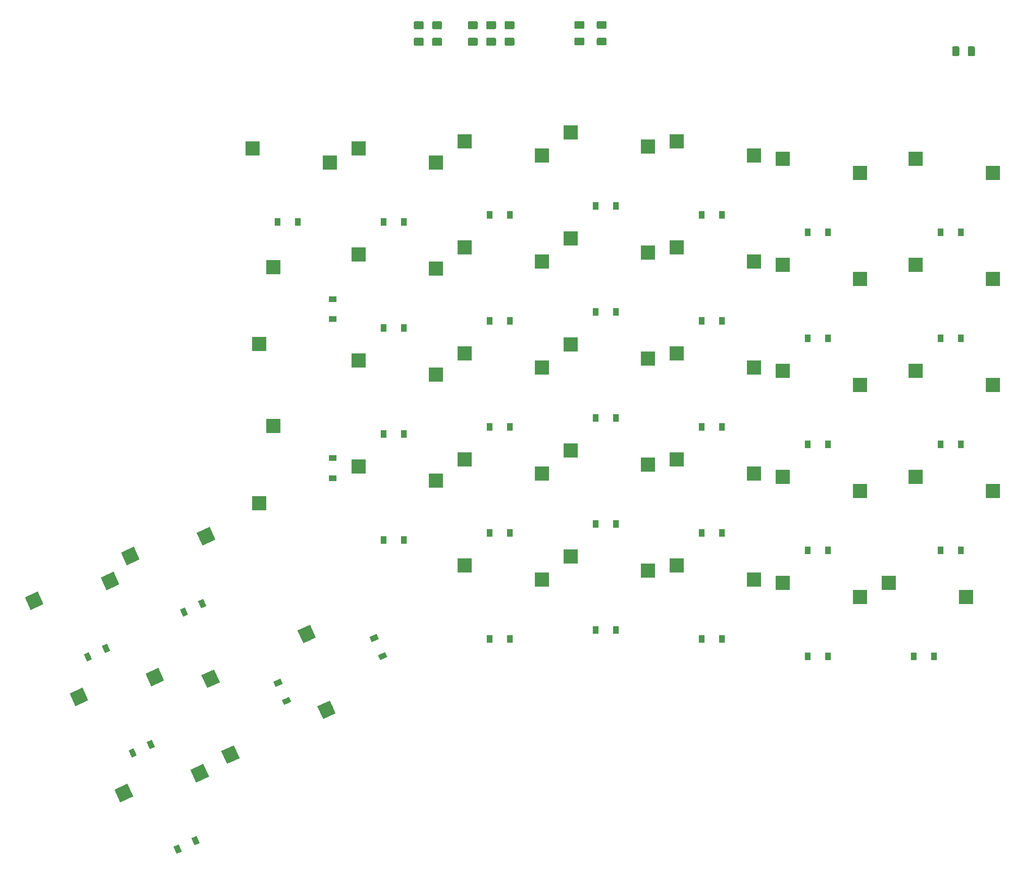
<source format=gbr>
G04 #@! TF.GenerationSoftware,KiCad,Pcbnew,(5.1.4)-1*
G04 #@! TF.CreationDate,2019-10-18T00:21:39+08:00*
G04 #@! TF.ProjectId,ErgoDoxTW,4572676f-446f-4785-9457-2e6b69636164,rev?*
G04 #@! TF.SameCoordinates,PX15feaa0PYb4cd8c0*
G04 #@! TF.FileFunction,Paste,Top*
G04 #@! TF.FilePolarity,Positive*
%FSLAX46Y46*%
G04 Gerber Fmt 4.6, Leading zero omitted, Abs format (unit mm)*
G04 Created by KiCad (PCBNEW (5.1.4)-1) date 2019-10-18 00:21:39*
%MOMM*%
%LPD*%
G04 APERTURE LIST*
%ADD10R,2.550000X2.500000*%
%ADD11R,1.000000X1.400000*%
%ADD12C,2.500000*%
%ADD13C,0.150000*%
%ADD14C,1.000000*%
%ADD15R,2.500000X2.550000*%
%ADD16R,1.400000X1.000000*%
%ADD17C,1.425000*%
%ADD18C,1.250000*%
G04 APERTURE END LIST*
D10*
X61876993Y129742065D03*
X75726993Y127202065D03*
D11*
X69966993Y116534065D03*
X66366993Y116534065D03*
D12*
X11627866Y31174987D03*
D13*
G36*
X11000596Y29503264D02*
G01*
X9944051Y31769033D01*
X12255136Y32846710D01*
X13311681Y30580941D01*
X11000596Y29503264D01*
X11000596Y29503264D01*
G37*
D12*
X25253679Y34726228D03*
D13*
G36*
X24626409Y33054505D02*
G01*
X23569864Y35320274D01*
X25880949Y36397951D01*
X26937494Y34132182D01*
X24626409Y33054505D01*
X24626409Y33054505D01*
G37*
D14*
X24541838Y22623455D03*
D13*
G36*
X24384517Y21777730D02*
G01*
X23792851Y23046561D01*
X24699159Y23469180D01*
X25290825Y22200349D01*
X24384517Y21777730D01*
X24384517Y21777730D01*
G37*
D14*
X21279130Y21102029D03*
D13*
G36*
X21121809Y20256304D02*
G01*
X20530143Y21525135D01*
X21436451Y21947754D01*
X22028117Y20678923D01*
X21121809Y20256304D01*
X21121809Y20256304D01*
G37*
D10*
X161957006Y127836577D03*
X175807006Y125296577D03*
D11*
X170047006Y114628577D03*
X166447006Y114628577D03*
D10*
X138077208Y127837638D03*
X151927208Y125297638D03*
D11*
X146167208Y114629638D03*
X142567208Y114629638D03*
D10*
X119026852Y131014230D03*
X132876852Y128474230D03*
D11*
X127116852Y117806230D03*
X123516852Y117806230D03*
D10*
X99977661Y132612434D03*
X113827661Y130072434D03*
D11*
X108067661Y119404434D03*
X104467661Y119404434D03*
D10*
X80927043Y131014590D03*
X94777043Y128474590D03*
D11*
X89017043Y117806590D03*
X85417043Y117806590D03*
D10*
X42827133Y129742155D03*
X56677133Y127202155D03*
D11*
X50917133Y116534155D03*
X47317133Y116534155D03*
D10*
X161957371Y108790238D03*
X175807371Y106250238D03*
D11*
X170047371Y95582238D03*
X166447371Y95582238D03*
D10*
X138077089Y108789968D03*
X151927089Y106249968D03*
D11*
X146167089Y95581968D03*
X142567089Y95581968D03*
D10*
X119027576Y111964749D03*
X132877576Y109424749D03*
D11*
X127117576Y98756749D03*
X123517576Y98756749D03*
D10*
X99977480Y113562531D03*
X113827480Y111022531D03*
D11*
X108067480Y100354531D03*
X104467480Y100354531D03*
D10*
X80926865Y111964686D03*
X94776865Y109424686D03*
D11*
X89016865Y98756686D03*
X85416865Y98756686D03*
D10*
X61876708Y110694760D03*
X75726708Y108154760D03*
D11*
X69966708Y97486760D03*
X66366708Y97486760D03*
D15*
X44036848Y94561679D03*
X46576848Y108411679D03*
D16*
X57244848Y102651679D03*
X57244848Y99051679D03*
D10*
X161957613Y89739427D03*
X175807613Y87199427D03*
D11*
X170047613Y76531427D03*
X166447613Y76531427D03*
D10*
X138077330Y89739159D03*
X151927330Y87199159D03*
D11*
X146167330Y76531159D03*
X142567330Y76531159D03*
D10*
X119027398Y92914847D03*
X132877398Y90374847D03*
D11*
X127117398Y79706847D03*
X123517398Y79706847D03*
D10*
X99977301Y94512627D03*
X113827301Y91972627D03*
D11*
X108067301Y81304627D03*
X104467301Y81304627D03*
D10*
X80927108Y92913876D03*
X94777108Y90373876D03*
D11*
X89017108Y79705876D03*
X85417108Y79705876D03*
D10*
X61876949Y91643950D03*
X75726949Y89103950D03*
D11*
X69966949Y78435950D03*
X66366949Y78435950D03*
D10*
X161957435Y70689525D03*
X175807435Y68149525D03*
D11*
X170047435Y57481525D03*
X166447435Y57481525D03*
D10*
X138077152Y70689256D03*
X151927152Y68149256D03*
D11*
X146167152Y57481256D03*
X142567152Y57481256D03*
D10*
X119027640Y73864036D03*
X132877640Y71324036D03*
D11*
X127117640Y60656036D03*
X123517640Y60656036D03*
D10*
X99977121Y75462724D03*
X113827121Y72922724D03*
D11*
X108067121Y62254724D03*
X104467121Y62254724D03*
D10*
X80926928Y73863974D03*
X94776928Y71323974D03*
D11*
X89016928Y60655974D03*
X85416928Y60655974D03*
D10*
X61876771Y72594046D03*
X75726771Y70054046D03*
D11*
X69966771Y59386046D03*
X66366771Y59386046D03*
D15*
X44037093Y65987615D03*
X46577093Y79837615D03*
D16*
X57245093Y74077615D03*
X57245093Y70477615D03*
D10*
X157126876Y51639173D03*
X170976876Y49099173D03*
D11*
X165216876Y38431173D03*
X161616876Y38431173D03*
D10*
X138076973Y51639352D03*
X151926973Y49099352D03*
D11*
X146166973Y38431352D03*
X142566973Y38431352D03*
D10*
X119027462Y54814132D03*
X132877462Y52274132D03*
D11*
X127117462Y41606132D03*
X123517462Y41606132D03*
D10*
X99977365Y56411913D03*
X113827365Y53871913D03*
D11*
X108067365Y43203913D03*
X104467365Y43203913D03*
D10*
X80927654Y54814493D03*
X94777654Y52274493D03*
D11*
X89017654Y41606493D03*
X85417654Y41606493D03*
D12*
X19679680Y13908052D03*
D13*
G36*
X19052410Y12236329D02*
G01*
X17995865Y14502098D01*
X20306950Y15579775D01*
X21363495Y13314006D01*
X19052410Y12236329D01*
X19052410Y12236329D01*
G37*
D12*
X33305493Y17459293D03*
D13*
G36*
X32678223Y15787570D02*
G01*
X31621678Y18053339D01*
X33932763Y19131016D01*
X34989308Y16865247D01*
X32678223Y15787570D01*
X32678223Y15787570D01*
G37*
D14*
X32593652Y5356520D03*
D13*
G36*
X32436331Y4510795D02*
G01*
X31844665Y5779626D01*
X32750973Y6202245D01*
X33342639Y4933414D01*
X32436331Y4510795D01*
X32436331Y4510795D01*
G37*
D14*
X29330944Y3835094D03*
D13*
G36*
X29173623Y2989369D02*
G01*
X28581957Y4258200D01*
X29488265Y4680819D01*
X30079931Y3411988D01*
X29173623Y2989369D01*
X29173623Y2989369D01*
G37*
D12*
X38820028Y20797610D03*
D13*
G36*
X40491751Y20170340D02*
G01*
X38225982Y19113795D01*
X37148305Y21424880D01*
X39414074Y22481425D01*
X40491751Y20170340D01*
X40491751Y20170340D01*
G37*
D12*
X35268787Y34423423D03*
D13*
G36*
X36940510Y33796153D02*
G01*
X34674741Y32739608D01*
X33597064Y35050693D01*
X35862833Y36107238D01*
X36940510Y33796153D01*
X36940510Y33796153D01*
G37*
D14*
X47371560Y33711582D03*
D13*
G36*
X48217285Y33554261D02*
G01*
X46948454Y32962595D01*
X46525835Y33868903D01*
X47794666Y34460569D01*
X48217285Y33554261D01*
X48217285Y33554261D01*
G37*
D14*
X48892986Y30448874D03*
D13*
G36*
X49738711Y30291553D02*
G01*
X48469880Y29699887D01*
X48047261Y30606195D01*
X49316092Y31197861D01*
X49738711Y30291553D01*
X49738711Y30291553D01*
G37*
D12*
X56084073Y28850175D03*
D13*
G36*
X57755796Y28222905D02*
G01*
X55490027Y27166360D01*
X54412350Y29477445D01*
X56678119Y30533990D01*
X57755796Y28222905D01*
X57755796Y28222905D01*
G37*
D12*
X52532832Y42475988D03*
D13*
G36*
X54204555Y41848718D02*
G01*
X51938786Y40792173D01*
X50861109Y43103258D01*
X53126878Y44159803D01*
X54204555Y41848718D01*
X54204555Y41848718D01*
G37*
D14*
X64635605Y41764147D03*
D13*
G36*
X65481330Y41606826D02*
G01*
X64212499Y41015160D01*
X63789880Y41921468D01*
X65058711Y42513134D01*
X65481330Y41606826D01*
X65481330Y41606826D01*
G37*
D14*
X66157031Y38501439D03*
D13*
G36*
X67002756Y38344118D02*
G01*
X65733925Y37752452D01*
X65311306Y38658760D01*
X66580137Y39250426D01*
X67002756Y38344118D01*
X67002756Y38344118D01*
G37*
D12*
X20842905Y56489172D03*
D13*
G36*
X20215635Y54817449D02*
G01*
X19159090Y57083218D01*
X21470175Y58160895D01*
X22526720Y55895126D01*
X20215635Y54817449D01*
X20215635Y54817449D01*
G37*
D12*
X34468718Y60040413D03*
D13*
G36*
X33841448Y58368690D02*
G01*
X32784903Y60634459D01*
X35095988Y61712136D01*
X36152533Y59446367D01*
X33841448Y58368690D01*
X33841448Y58368690D01*
G37*
D14*
X33756877Y47937640D03*
D13*
G36*
X33599556Y47091915D02*
G01*
X33007890Y48360746D01*
X33914198Y48783365D01*
X34505864Y47514534D01*
X33599556Y47091915D01*
X33599556Y47091915D01*
G37*
D14*
X30494169Y46416214D03*
D13*
G36*
X30336848Y45570489D02*
G01*
X29745182Y46839320D01*
X30651490Y47261939D01*
X31243156Y45993108D01*
X30336848Y45570489D01*
X30336848Y45570489D01*
G37*
D12*
X3578649Y48438718D03*
D13*
G36*
X2951379Y46766995D02*
G01*
X1894834Y49032764D01*
X4205919Y50110441D01*
X5262464Y47844672D01*
X2951379Y46766995D01*
X2951379Y46766995D01*
G37*
D12*
X17204462Y51989959D03*
D13*
G36*
X16577192Y50318236D02*
G01*
X15520647Y52584005D01*
X17831732Y53661682D01*
X18888277Y51395913D01*
X16577192Y50318236D01*
X16577192Y50318236D01*
G37*
D14*
X16492621Y39887186D03*
D13*
G36*
X16335300Y39041461D02*
G01*
X15743634Y40310292D01*
X16649942Y40732911D01*
X17241608Y39464080D01*
X16335300Y39041461D01*
X16335300Y39041461D01*
G37*
D14*
X13229913Y38365760D03*
D13*
G36*
X13072592Y37520035D02*
G01*
X12480926Y38788866D01*
X13387234Y39211485D01*
X13978900Y37942654D01*
X13072592Y37520035D01*
X13072592Y37520035D01*
G37*
G36*
X102180903Y149650516D02*
G01*
X102205172Y149646916D01*
X102228970Y149640955D01*
X102252070Y149632690D01*
X102274248Y149622200D01*
X102295292Y149609587D01*
X102314997Y149594973D01*
X102333176Y149578497D01*
X102349652Y149560318D01*
X102364266Y149540613D01*
X102376879Y149519569D01*
X102387369Y149497391D01*
X102395634Y149474291D01*
X102401595Y149450493D01*
X102405195Y149426224D01*
X102406399Y149401720D01*
X102406399Y148476720D01*
X102405195Y148452216D01*
X102401595Y148427947D01*
X102395634Y148404149D01*
X102387369Y148381049D01*
X102376879Y148358871D01*
X102364266Y148337827D01*
X102349652Y148318122D01*
X102333176Y148299943D01*
X102314997Y148283467D01*
X102295292Y148268853D01*
X102274248Y148256240D01*
X102252070Y148245750D01*
X102228970Y148237485D01*
X102205172Y148231524D01*
X102180903Y148227924D01*
X102156399Y148226720D01*
X100906399Y148226720D01*
X100881895Y148227924D01*
X100857626Y148231524D01*
X100833828Y148237485D01*
X100810728Y148245750D01*
X100788550Y148256240D01*
X100767506Y148268853D01*
X100747801Y148283467D01*
X100729622Y148299943D01*
X100713146Y148318122D01*
X100698532Y148337827D01*
X100685919Y148358871D01*
X100675429Y148381049D01*
X100667164Y148404149D01*
X100661203Y148427947D01*
X100657603Y148452216D01*
X100656399Y148476720D01*
X100656399Y149401720D01*
X100657603Y149426224D01*
X100661203Y149450493D01*
X100667164Y149474291D01*
X100675429Y149497391D01*
X100685919Y149519569D01*
X100698532Y149540613D01*
X100713146Y149560318D01*
X100729622Y149578497D01*
X100747801Y149594973D01*
X100767506Y149609587D01*
X100788550Y149622200D01*
X100810728Y149632690D01*
X100833828Y149640955D01*
X100857626Y149646916D01*
X100881895Y149650516D01*
X100906399Y149651720D01*
X102156399Y149651720D01*
X102180903Y149650516D01*
X102180903Y149650516D01*
G37*
D17*
X101531399Y148939220D03*
D13*
G36*
X102180903Y152625516D02*
G01*
X102205172Y152621916D01*
X102228970Y152615955D01*
X102252070Y152607690D01*
X102274248Y152597200D01*
X102295292Y152584587D01*
X102314997Y152569973D01*
X102333176Y152553497D01*
X102349652Y152535318D01*
X102364266Y152515613D01*
X102376879Y152494569D01*
X102387369Y152472391D01*
X102395634Y152449291D01*
X102401595Y152425493D01*
X102405195Y152401224D01*
X102406399Y152376720D01*
X102406399Y151451720D01*
X102405195Y151427216D01*
X102401595Y151402947D01*
X102395634Y151379149D01*
X102387369Y151356049D01*
X102376879Y151333871D01*
X102364266Y151312827D01*
X102349652Y151293122D01*
X102333176Y151274943D01*
X102314997Y151258467D01*
X102295292Y151243853D01*
X102274248Y151231240D01*
X102252070Y151220750D01*
X102228970Y151212485D01*
X102205172Y151206524D01*
X102180903Y151202924D01*
X102156399Y151201720D01*
X100906399Y151201720D01*
X100881895Y151202924D01*
X100857626Y151206524D01*
X100833828Y151212485D01*
X100810728Y151220750D01*
X100788550Y151231240D01*
X100767506Y151243853D01*
X100747801Y151258467D01*
X100729622Y151274943D01*
X100713146Y151293122D01*
X100698532Y151312827D01*
X100685919Y151333871D01*
X100675429Y151356049D01*
X100667164Y151379149D01*
X100661203Y151402947D01*
X100657603Y151427216D01*
X100656399Y151451720D01*
X100656399Y152376720D01*
X100657603Y152401224D01*
X100661203Y152425493D01*
X100667164Y152449291D01*
X100675429Y152472391D01*
X100685919Y152494569D01*
X100698532Y152515613D01*
X100713146Y152535318D01*
X100729622Y152553497D01*
X100747801Y152569973D01*
X100767506Y152584587D01*
X100788550Y152597200D01*
X100810728Y152607690D01*
X100833828Y152615955D01*
X100857626Y152621916D01*
X100881895Y152625516D01*
X100906399Y152626720D01*
X102156399Y152626720D01*
X102180903Y152625516D01*
X102180903Y152625516D01*
G37*
D17*
X101531399Y151914220D03*
D13*
G36*
X106191880Y149649010D02*
G01*
X106216149Y149645410D01*
X106239947Y149639449D01*
X106263047Y149631184D01*
X106285225Y149620694D01*
X106306269Y149608081D01*
X106325974Y149593467D01*
X106344153Y149576991D01*
X106360629Y149558812D01*
X106375243Y149539107D01*
X106387856Y149518063D01*
X106398346Y149495885D01*
X106406611Y149472785D01*
X106412572Y149448987D01*
X106416172Y149424718D01*
X106417376Y149400214D01*
X106417376Y148475214D01*
X106416172Y148450710D01*
X106412572Y148426441D01*
X106406611Y148402643D01*
X106398346Y148379543D01*
X106387856Y148357365D01*
X106375243Y148336321D01*
X106360629Y148316616D01*
X106344153Y148298437D01*
X106325974Y148281961D01*
X106306269Y148267347D01*
X106285225Y148254734D01*
X106263047Y148244244D01*
X106239947Y148235979D01*
X106216149Y148230018D01*
X106191880Y148226418D01*
X106167376Y148225214D01*
X104917376Y148225214D01*
X104892872Y148226418D01*
X104868603Y148230018D01*
X104844805Y148235979D01*
X104821705Y148244244D01*
X104799527Y148254734D01*
X104778483Y148267347D01*
X104758778Y148281961D01*
X104740599Y148298437D01*
X104724123Y148316616D01*
X104709509Y148336321D01*
X104696896Y148357365D01*
X104686406Y148379543D01*
X104678141Y148402643D01*
X104672180Y148426441D01*
X104668580Y148450710D01*
X104667376Y148475214D01*
X104667376Y149400214D01*
X104668580Y149424718D01*
X104672180Y149448987D01*
X104678141Y149472785D01*
X104686406Y149495885D01*
X104696896Y149518063D01*
X104709509Y149539107D01*
X104724123Y149558812D01*
X104740599Y149576991D01*
X104758778Y149593467D01*
X104778483Y149608081D01*
X104799527Y149620694D01*
X104821705Y149631184D01*
X104844805Y149639449D01*
X104868603Y149645410D01*
X104892872Y149649010D01*
X104917376Y149650214D01*
X106167376Y149650214D01*
X106191880Y149649010D01*
X106191880Y149649010D01*
G37*
D17*
X105542376Y148937714D03*
D13*
G36*
X106191880Y152624010D02*
G01*
X106216149Y152620410D01*
X106239947Y152614449D01*
X106263047Y152606184D01*
X106285225Y152595694D01*
X106306269Y152583081D01*
X106325974Y152568467D01*
X106344153Y152551991D01*
X106360629Y152533812D01*
X106375243Y152514107D01*
X106387856Y152493063D01*
X106398346Y152470885D01*
X106406611Y152447785D01*
X106412572Y152423987D01*
X106416172Y152399718D01*
X106417376Y152375214D01*
X106417376Y151450214D01*
X106416172Y151425710D01*
X106412572Y151401441D01*
X106406611Y151377643D01*
X106398346Y151354543D01*
X106387856Y151332365D01*
X106375243Y151311321D01*
X106360629Y151291616D01*
X106344153Y151273437D01*
X106325974Y151256961D01*
X106306269Y151242347D01*
X106285225Y151229734D01*
X106263047Y151219244D01*
X106239947Y151210979D01*
X106216149Y151205018D01*
X106191880Y151201418D01*
X106167376Y151200214D01*
X104917376Y151200214D01*
X104892872Y151201418D01*
X104868603Y151205018D01*
X104844805Y151210979D01*
X104821705Y151219244D01*
X104799527Y151229734D01*
X104778483Y151242347D01*
X104758778Y151256961D01*
X104740599Y151273437D01*
X104724123Y151291616D01*
X104709509Y151311321D01*
X104696896Y151332365D01*
X104686406Y151354543D01*
X104678141Y151377643D01*
X104672180Y151401441D01*
X104668580Y151425710D01*
X104667376Y151450214D01*
X104667376Y152375214D01*
X104668580Y152399718D01*
X104672180Y152423987D01*
X104678141Y152447785D01*
X104686406Y152470885D01*
X104696896Y152493063D01*
X104709509Y152514107D01*
X104724123Y152533812D01*
X104740599Y152551991D01*
X104758778Y152568467D01*
X104778483Y152583081D01*
X104799527Y152595694D01*
X104821705Y152606184D01*
X104844805Y152614449D01*
X104868603Y152620410D01*
X104892872Y152624010D01*
X104917376Y152625214D01*
X106167376Y152625214D01*
X106191880Y152624010D01*
X106191880Y152624010D01*
G37*
D17*
X105542376Y151912714D03*
D13*
G36*
X172352672Y148062598D02*
G01*
X172376941Y148058998D01*
X172400739Y148053037D01*
X172423839Y148044772D01*
X172446017Y148034282D01*
X172467061Y148021669D01*
X172486766Y148007055D01*
X172504945Y147990579D01*
X172521421Y147972400D01*
X172536035Y147952695D01*
X172548648Y147931651D01*
X172559138Y147909473D01*
X172567403Y147886373D01*
X172573364Y147862575D01*
X172576964Y147838306D01*
X172578168Y147813802D01*
X172578168Y146563802D01*
X172576964Y146539298D01*
X172573364Y146515029D01*
X172567403Y146491231D01*
X172559138Y146468131D01*
X172548648Y146445953D01*
X172536035Y146424909D01*
X172521421Y146405204D01*
X172504945Y146387025D01*
X172486766Y146370549D01*
X172467061Y146355935D01*
X172446017Y146343322D01*
X172423839Y146332832D01*
X172400739Y146324567D01*
X172376941Y146318606D01*
X172352672Y146315006D01*
X172328168Y146313802D01*
X171578168Y146313802D01*
X171553664Y146315006D01*
X171529395Y146318606D01*
X171505597Y146324567D01*
X171482497Y146332832D01*
X171460319Y146343322D01*
X171439275Y146355935D01*
X171419570Y146370549D01*
X171401391Y146387025D01*
X171384915Y146405204D01*
X171370301Y146424909D01*
X171357688Y146445953D01*
X171347198Y146468131D01*
X171338933Y146491231D01*
X171332972Y146515029D01*
X171329372Y146539298D01*
X171328168Y146563802D01*
X171328168Y147813802D01*
X171329372Y147838306D01*
X171332972Y147862575D01*
X171338933Y147886373D01*
X171347198Y147909473D01*
X171357688Y147931651D01*
X171370301Y147952695D01*
X171384915Y147972400D01*
X171401391Y147990579D01*
X171419570Y148007055D01*
X171439275Y148021669D01*
X171460319Y148034282D01*
X171482497Y148044772D01*
X171505597Y148053037D01*
X171529395Y148058998D01*
X171553664Y148062598D01*
X171578168Y148063802D01*
X172328168Y148063802D01*
X172352672Y148062598D01*
X172352672Y148062598D01*
G37*
D18*
X171953168Y147188802D03*
D13*
G36*
X169552672Y148062598D02*
G01*
X169576941Y148058998D01*
X169600739Y148053037D01*
X169623839Y148044772D01*
X169646017Y148034282D01*
X169667061Y148021669D01*
X169686766Y148007055D01*
X169704945Y147990579D01*
X169721421Y147972400D01*
X169736035Y147952695D01*
X169748648Y147931651D01*
X169759138Y147909473D01*
X169767403Y147886373D01*
X169773364Y147862575D01*
X169776964Y147838306D01*
X169778168Y147813802D01*
X169778168Y146563802D01*
X169776964Y146539298D01*
X169773364Y146515029D01*
X169767403Y146491231D01*
X169759138Y146468131D01*
X169748648Y146445953D01*
X169736035Y146424909D01*
X169721421Y146405204D01*
X169704945Y146387025D01*
X169686766Y146370549D01*
X169667061Y146355935D01*
X169646017Y146343322D01*
X169623839Y146332832D01*
X169600739Y146324567D01*
X169576941Y146318606D01*
X169552672Y146315006D01*
X169528168Y146313802D01*
X168778168Y146313802D01*
X168753664Y146315006D01*
X168729395Y146318606D01*
X168705597Y146324567D01*
X168682497Y146332832D01*
X168660319Y146343322D01*
X168639275Y146355935D01*
X168619570Y146370549D01*
X168601391Y146387025D01*
X168584915Y146405204D01*
X168570301Y146424909D01*
X168557688Y146445953D01*
X168547198Y146468131D01*
X168538933Y146491231D01*
X168532972Y146515029D01*
X168529372Y146539298D01*
X168528168Y146563802D01*
X168528168Y147813802D01*
X168529372Y147838306D01*
X168532972Y147862575D01*
X168538933Y147886373D01*
X168547198Y147909473D01*
X168557688Y147931651D01*
X168570301Y147952695D01*
X168584915Y147972400D01*
X168601391Y147990579D01*
X168619570Y148007055D01*
X168639275Y148021669D01*
X168660319Y148034282D01*
X168682497Y148044772D01*
X168705597Y148053037D01*
X168729395Y148058998D01*
X168753664Y148062598D01*
X168778168Y148063802D01*
X169528168Y148063802D01*
X169552672Y148062598D01*
X169552672Y148062598D01*
G37*
D18*
X169153168Y147188802D03*
D13*
G36*
X76614570Y152568870D02*
G01*
X76638839Y152565270D01*
X76662637Y152559309D01*
X76685737Y152551044D01*
X76707915Y152540554D01*
X76728959Y152527941D01*
X76748664Y152513327D01*
X76766843Y152496851D01*
X76783319Y152478672D01*
X76797933Y152458967D01*
X76810546Y152437923D01*
X76821036Y152415745D01*
X76829301Y152392645D01*
X76835262Y152368847D01*
X76838862Y152344578D01*
X76840066Y152320074D01*
X76840066Y151395074D01*
X76838862Y151370570D01*
X76835262Y151346301D01*
X76829301Y151322503D01*
X76821036Y151299403D01*
X76810546Y151277225D01*
X76797933Y151256181D01*
X76783319Y151236476D01*
X76766843Y151218297D01*
X76748664Y151201821D01*
X76728959Y151187207D01*
X76707915Y151174594D01*
X76685737Y151164104D01*
X76662637Y151155839D01*
X76638839Y151149878D01*
X76614570Y151146278D01*
X76590066Y151145074D01*
X75340066Y151145074D01*
X75315562Y151146278D01*
X75291293Y151149878D01*
X75267495Y151155839D01*
X75244395Y151164104D01*
X75222217Y151174594D01*
X75201173Y151187207D01*
X75181468Y151201821D01*
X75163289Y151218297D01*
X75146813Y151236476D01*
X75132199Y151256181D01*
X75119586Y151277225D01*
X75109096Y151299403D01*
X75100831Y151322503D01*
X75094870Y151346301D01*
X75091270Y151370570D01*
X75090066Y151395074D01*
X75090066Y152320074D01*
X75091270Y152344578D01*
X75094870Y152368847D01*
X75100831Y152392645D01*
X75109096Y152415745D01*
X75119586Y152437923D01*
X75132199Y152458967D01*
X75146813Y152478672D01*
X75163289Y152496851D01*
X75181468Y152513327D01*
X75201173Y152527941D01*
X75222217Y152540554D01*
X75244395Y152551044D01*
X75267495Y152559309D01*
X75291293Y152565270D01*
X75315562Y152568870D01*
X75340066Y152570074D01*
X76590066Y152570074D01*
X76614570Y152568870D01*
X76614570Y152568870D01*
G37*
D17*
X75965066Y151857574D03*
D13*
G36*
X76614570Y149593870D02*
G01*
X76638839Y149590270D01*
X76662637Y149584309D01*
X76685737Y149576044D01*
X76707915Y149565554D01*
X76728959Y149552941D01*
X76748664Y149538327D01*
X76766843Y149521851D01*
X76783319Y149503672D01*
X76797933Y149483967D01*
X76810546Y149462923D01*
X76821036Y149440745D01*
X76829301Y149417645D01*
X76835262Y149393847D01*
X76838862Y149369578D01*
X76840066Y149345074D01*
X76840066Y148420074D01*
X76838862Y148395570D01*
X76835262Y148371301D01*
X76829301Y148347503D01*
X76821036Y148324403D01*
X76810546Y148302225D01*
X76797933Y148281181D01*
X76783319Y148261476D01*
X76766843Y148243297D01*
X76748664Y148226821D01*
X76728959Y148212207D01*
X76707915Y148199594D01*
X76685737Y148189104D01*
X76662637Y148180839D01*
X76638839Y148174878D01*
X76614570Y148171278D01*
X76590066Y148170074D01*
X75340066Y148170074D01*
X75315562Y148171278D01*
X75291293Y148174878D01*
X75267495Y148180839D01*
X75244395Y148189104D01*
X75222217Y148199594D01*
X75201173Y148212207D01*
X75181468Y148226821D01*
X75163289Y148243297D01*
X75146813Y148261476D01*
X75132199Y148281181D01*
X75119586Y148302225D01*
X75109096Y148324403D01*
X75100831Y148347503D01*
X75094870Y148371301D01*
X75091270Y148395570D01*
X75090066Y148420074D01*
X75090066Y149345074D01*
X75091270Y149369578D01*
X75094870Y149393847D01*
X75100831Y149417645D01*
X75109096Y149440745D01*
X75119586Y149462923D01*
X75132199Y149483967D01*
X75146813Y149503672D01*
X75163289Y149521851D01*
X75181468Y149538327D01*
X75201173Y149552941D01*
X75222217Y149565554D01*
X75244395Y149576044D01*
X75267495Y149584309D01*
X75291293Y149590270D01*
X75315562Y149593870D01*
X75340066Y149595074D01*
X76590066Y149595074D01*
X76614570Y149593870D01*
X76614570Y149593870D01*
G37*
D17*
X75965066Y148882574D03*
D13*
G36*
X73325338Y152568968D02*
G01*
X73349607Y152565368D01*
X73373405Y152559407D01*
X73396505Y152551142D01*
X73418683Y152540652D01*
X73439727Y152528039D01*
X73459432Y152513425D01*
X73477611Y152496949D01*
X73494087Y152478770D01*
X73508701Y152459065D01*
X73521314Y152438021D01*
X73531804Y152415843D01*
X73540069Y152392743D01*
X73546030Y152368945D01*
X73549630Y152344676D01*
X73550834Y152320172D01*
X73550834Y151395172D01*
X73549630Y151370668D01*
X73546030Y151346399D01*
X73540069Y151322601D01*
X73531804Y151299501D01*
X73521314Y151277323D01*
X73508701Y151256279D01*
X73494087Y151236574D01*
X73477611Y151218395D01*
X73459432Y151201919D01*
X73439727Y151187305D01*
X73418683Y151174692D01*
X73396505Y151164202D01*
X73373405Y151155937D01*
X73349607Y151149976D01*
X73325338Y151146376D01*
X73300834Y151145172D01*
X72050834Y151145172D01*
X72026330Y151146376D01*
X72002061Y151149976D01*
X71978263Y151155937D01*
X71955163Y151164202D01*
X71932985Y151174692D01*
X71911941Y151187305D01*
X71892236Y151201919D01*
X71874057Y151218395D01*
X71857581Y151236574D01*
X71842967Y151256279D01*
X71830354Y151277323D01*
X71819864Y151299501D01*
X71811599Y151322601D01*
X71805638Y151346399D01*
X71802038Y151370668D01*
X71800834Y151395172D01*
X71800834Y152320172D01*
X71802038Y152344676D01*
X71805638Y152368945D01*
X71811599Y152392743D01*
X71819864Y152415843D01*
X71830354Y152438021D01*
X71842967Y152459065D01*
X71857581Y152478770D01*
X71874057Y152496949D01*
X71892236Y152513425D01*
X71911941Y152528039D01*
X71932985Y152540652D01*
X71955163Y152551142D01*
X71978263Y152559407D01*
X72002061Y152565368D01*
X72026330Y152568968D01*
X72050834Y152570172D01*
X73300834Y152570172D01*
X73325338Y152568968D01*
X73325338Y152568968D01*
G37*
D17*
X72675834Y151857672D03*
D13*
G36*
X73325338Y149593968D02*
G01*
X73349607Y149590368D01*
X73373405Y149584407D01*
X73396505Y149576142D01*
X73418683Y149565652D01*
X73439727Y149553039D01*
X73459432Y149538425D01*
X73477611Y149521949D01*
X73494087Y149503770D01*
X73508701Y149484065D01*
X73521314Y149463021D01*
X73531804Y149440843D01*
X73540069Y149417743D01*
X73546030Y149393945D01*
X73549630Y149369676D01*
X73550834Y149345172D01*
X73550834Y148420172D01*
X73549630Y148395668D01*
X73546030Y148371399D01*
X73540069Y148347601D01*
X73531804Y148324501D01*
X73521314Y148302323D01*
X73508701Y148281279D01*
X73494087Y148261574D01*
X73477611Y148243395D01*
X73459432Y148226919D01*
X73439727Y148212305D01*
X73418683Y148199692D01*
X73396505Y148189202D01*
X73373405Y148180937D01*
X73349607Y148174976D01*
X73325338Y148171376D01*
X73300834Y148170172D01*
X72050834Y148170172D01*
X72026330Y148171376D01*
X72002061Y148174976D01*
X71978263Y148180937D01*
X71955163Y148189202D01*
X71932985Y148199692D01*
X71911941Y148212305D01*
X71892236Y148226919D01*
X71874057Y148243395D01*
X71857581Y148261574D01*
X71842967Y148281279D01*
X71830354Y148302323D01*
X71819864Y148324501D01*
X71811599Y148347601D01*
X71805638Y148371399D01*
X71802038Y148395668D01*
X71800834Y148420172D01*
X71800834Y149345172D01*
X71802038Y149369676D01*
X71805638Y149393945D01*
X71811599Y149417743D01*
X71819864Y149440843D01*
X71830354Y149463021D01*
X71842967Y149484065D01*
X71857581Y149503770D01*
X71874057Y149521949D01*
X71892236Y149538425D01*
X71911941Y149553039D01*
X71932985Y149565652D01*
X71955163Y149576142D01*
X71978263Y149584407D01*
X72002061Y149590368D01*
X72026330Y149593968D01*
X72050834Y149595172D01*
X73300834Y149595172D01*
X73325338Y149593968D01*
X73325338Y149593968D01*
G37*
D17*
X72675834Y148882672D03*
D13*
G36*
X89630715Y152583670D02*
G01*
X89654984Y152580070D01*
X89678782Y152574109D01*
X89701882Y152565844D01*
X89724060Y152555354D01*
X89745104Y152542741D01*
X89764809Y152528127D01*
X89782988Y152511651D01*
X89799464Y152493472D01*
X89814078Y152473767D01*
X89826691Y152452723D01*
X89837181Y152430545D01*
X89845446Y152407445D01*
X89851407Y152383647D01*
X89855007Y152359378D01*
X89856211Y152334874D01*
X89856211Y151409874D01*
X89855007Y151385370D01*
X89851407Y151361101D01*
X89845446Y151337303D01*
X89837181Y151314203D01*
X89826691Y151292025D01*
X89814078Y151270981D01*
X89799464Y151251276D01*
X89782988Y151233097D01*
X89764809Y151216621D01*
X89745104Y151202007D01*
X89724060Y151189394D01*
X89701882Y151178904D01*
X89678782Y151170639D01*
X89654984Y151164678D01*
X89630715Y151161078D01*
X89606211Y151159874D01*
X88356211Y151159874D01*
X88331707Y151161078D01*
X88307438Y151164678D01*
X88283640Y151170639D01*
X88260540Y151178904D01*
X88238362Y151189394D01*
X88217318Y151202007D01*
X88197613Y151216621D01*
X88179434Y151233097D01*
X88162958Y151251276D01*
X88148344Y151270981D01*
X88135731Y151292025D01*
X88125241Y151314203D01*
X88116976Y151337303D01*
X88111015Y151361101D01*
X88107415Y151385370D01*
X88106211Y151409874D01*
X88106211Y152334874D01*
X88107415Y152359378D01*
X88111015Y152383647D01*
X88116976Y152407445D01*
X88125241Y152430545D01*
X88135731Y152452723D01*
X88148344Y152473767D01*
X88162958Y152493472D01*
X88179434Y152511651D01*
X88197613Y152528127D01*
X88217318Y152542741D01*
X88238362Y152555354D01*
X88260540Y152565844D01*
X88283640Y152574109D01*
X88307438Y152580070D01*
X88331707Y152583670D01*
X88356211Y152584874D01*
X89606211Y152584874D01*
X89630715Y152583670D01*
X89630715Y152583670D01*
G37*
D17*
X88981211Y151872374D03*
D13*
G36*
X89630715Y149608670D02*
G01*
X89654984Y149605070D01*
X89678782Y149599109D01*
X89701882Y149590844D01*
X89724060Y149580354D01*
X89745104Y149567741D01*
X89764809Y149553127D01*
X89782988Y149536651D01*
X89799464Y149518472D01*
X89814078Y149498767D01*
X89826691Y149477723D01*
X89837181Y149455545D01*
X89845446Y149432445D01*
X89851407Y149408647D01*
X89855007Y149384378D01*
X89856211Y149359874D01*
X89856211Y148434874D01*
X89855007Y148410370D01*
X89851407Y148386101D01*
X89845446Y148362303D01*
X89837181Y148339203D01*
X89826691Y148317025D01*
X89814078Y148295981D01*
X89799464Y148276276D01*
X89782988Y148258097D01*
X89764809Y148241621D01*
X89745104Y148227007D01*
X89724060Y148214394D01*
X89701882Y148203904D01*
X89678782Y148195639D01*
X89654984Y148189678D01*
X89630715Y148186078D01*
X89606211Y148184874D01*
X88356211Y148184874D01*
X88331707Y148186078D01*
X88307438Y148189678D01*
X88283640Y148195639D01*
X88260540Y148203904D01*
X88238362Y148214394D01*
X88217318Y148227007D01*
X88197613Y148241621D01*
X88179434Y148258097D01*
X88162958Y148276276D01*
X88148344Y148295981D01*
X88135731Y148317025D01*
X88125241Y148339203D01*
X88116976Y148362303D01*
X88111015Y148386101D01*
X88107415Y148410370D01*
X88106211Y148434874D01*
X88106211Y149359874D01*
X88107415Y149384378D01*
X88111015Y149408647D01*
X88116976Y149432445D01*
X88125241Y149455545D01*
X88135731Y149477723D01*
X88148344Y149498767D01*
X88162958Y149518472D01*
X88179434Y149536651D01*
X88197613Y149553127D01*
X88217318Y149567741D01*
X88238362Y149580354D01*
X88260540Y149590844D01*
X88283640Y149599109D01*
X88307438Y149605070D01*
X88331707Y149608670D01*
X88356211Y149609874D01*
X89606211Y149609874D01*
X89630715Y149608670D01*
X89630715Y149608670D01*
G37*
D17*
X88981211Y148897374D03*
D13*
G36*
X86329562Y152583495D02*
G01*
X86353831Y152579895D01*
X86377629Y152573934D01*
X86400729Y152565669D01*
X86422907Y152555179D01*
X86443951Y152542566D01*
X86463656Y152527952D01*
X86481835Y152511476D01*
X86498311Y152493297D01*
X86512925Y152473592D01*
X86525538Y152452548D01*
X86536028Y152430370D01*
X86544293Y152407270D01*
X86550254Y152383472D01*
X86553854Y152359203D01*
X86555058Y152334699D01*
X86555058Y151409699D01*
X86553854Y151385195D01*
X86550254Y151360926D01*
X86544293Y151337128D01*
X86536028Y151314028D01*
X86525538Y151291850D01*
X86512925Y151270806D01*
X86498311Y151251101D01*
X86481835Y151232922D01*
X86463656Y151216446D01*
X86443951Y151201832D01*
X86422907Y151189219D01*
X86400729Y151178729D01*
X86377629Y151170464D01*
X86353831Y151164503D01*
X86329562Y151160903D01*
X86305058Y151159699D01*
X85055058Y151159699D01*
X85030554Y151160903D01*
X85006285Y151164503D01*
X84982487Y151170464D01*
X84959387Y151178729D01*
X84937209Y151189219D01*
X84916165Y151201832D01*
X84896460Y151216446D01*
X84878281Y151232922D01*
X84861805Y151251101D01*
X84847191Y151270806D01*
X84834578Y151291850D01*
X84824088Y151314028D01*
X84815823Y151337128D01*
X84809862Y151360926D01*
X84806262Y151385195D01*
X84805058Y151409699D01*
X84805058Y152334699D01*
X84806262Y152359203D01*
X84809862Y152383472D01*
X84815823Y152407270D01*
X84824088Y152430370D01*
X84834578Y152452548D01*
X84847191Y152473592D01*
X84861805Y152493297D01*
X84878281Y152511476D01*
X84896460Y152527952D01*
X84916165Y152542566D01*
X84937209Y152555179D01*
X84959387Y152565669D01*
X84982487Y152573934D01*
X85006285Y152579895D01*
X85030554Y152583495D01*
X85055058Y152584699D01*
X86305058Y152584699D01*
X86329562Y152583495D01*
X86329562Y152583495D01*
G37*
D17*
X85680058Y151872199D03*
D13*
G36*
X86329562Y149608495D02*
G01*
X86353831Y149604895D01*
X86377629Y149598934D01*
X86400729Y149590669D01*
X86422907Y149580179D01*
X86443951Y149567566D01*
X86463656Y149552952D01*
X86481835Y149536476D01*
X86498311Y149518297D01*
X86512925Y149498592D01*
X86525538Y149477548D01*
X86536028Y149455370D01*
X86544293Y149432270D01*
X86550254Y149408472D01*
X86553854Y149384203D01*
X86555058Y149359699D01*
X86555058Y148434699D01*
X86553854Y148410195D01*
X86550254Y148385926D01*
X86544293Y148362128D01*
X86536028Y148339028D01*
X86525538Y148316850D01*
X86512925Y148295806D01*
X86498311Y148276101D01*
X86481835Y148257922D01*
X86463656Y148241446D01*
X86443951Y148226832D01*
X86422907Y148214219D01*
X86400729Y148203729D01*
X86377629Y148195464D01*
X86353831Y148189503D01*
X86329562Y148185903D01*
X86305058Y148184699D01*
X85055058Y148184699D01*
X85030554Y148185903D01*
X85006285Y148189503D01*
X84982487Y148195464D01*
X84959387Y148203729D01*
X84937209Y148214219D01*
X84916165Y148226832D01*
X84896460Y148241446D01*
X84878281Y148257922D01*
X84861805Y148276101D01*
X84847191Y148295806D01*
X84834578Y148316850D01*
X84824088Y148339028D01*
X84815823Y148362128D01*
X84809862Y148385926D01*
X84806262Y148410195D01*
X84805058Y148434699D01*
X84805058Y149359699D01*
X84806262Y149384203D01*
X84809862Y149408472D01*
X84815823Y149432270D01*
X84824088Y149455370D01*
X84834578Y149477548D01*
X84847191Y149498592D01*
X84861805Y149518297D01*
X84878281Y149536476D01*
X84896460Y149552952D01*
X84916165Y149567566D01*
X84937209Y149580179D01*
X84959387Y149590669D01*
X84982487Y149598934D01*
X85006285Y149604895D01*
X85030554Y149608495D01*
X85055058Y149609699D01*
X86305058Y149609699D01*
X86329562Y149608495D01*
X86329562Y149608495D01*
G37*
D17*
X85680058Y148897199D03*
D13*
G36*
X83032638Y152583618D02*
G01*
X83056907Y152580018D01*
X83080705Y152574057D01*
X83103805Y152565792D01*
X83125983Y152555302D01*
X83147027Y152542689D01*
X83166732Y152528075D01*
X83184911Y152511599D01*
X83201387Y152493420D01*
X83216001Y152473715D01*
X83228614Y152452671D01*
X83239104Y152430493D01*
X83247369Y152407393D01*
X83253330Y152383595D01*
X83256930Y152359326D01*
X83258134Y152334822D01*
X83258134Y151409822D01*
X83256930Y151385318D01*
X83253330Y151361049D01*
X83247369Y151337251D01*
X83239104Y151314151D01*
X83228614Y151291973D01*
X83216001Y151270929D01*
X83201387Y151251224D01*
X83184911Y151233045D01*
X83166732Y151216569D01*
X83147027Y151201955D01*
X83125983Y151189342D01*
X83103805Y151178852D01*
X83080705Y151170587D01*
X83056907Y151164626D01*
X83032638Y151161026D01*
X83008134Y151159822D01*
X81758134Y151159822D01*
X81733630Y151161026D01*
X81709361Y151164626D01*
X81685563Y151170587D01*
X81662463Y151178852D01*
X81640285Y151189342D01*
X81619241Y151201955D01*
X81599536Y151216569D01*
X81581357Y151233045D01*
X81564881Y151251224D01*
X81550267Y151270929D01*
X81537654Y151291973D01*
X81527164Y151314151D01*
X81518899Y151337251D01*
X81512938Y151361049D01*
X81509338Y151385318D01*
X81508134Y151409822D01*
X81508134Y152334822D01*
X81509338Y152359326D01*
X81512938Y152383595D01*
X81518899Y152407393D01*
X81527164Y152430493D01*
X81537654Y152452671D01*
X81550267Y152473715D01*
X81564881Y152493420D01*
X81581357Y152511599D01*
X81599536Y152528075D01*
X81619241Y152542689D01*
X81640285Y152555302D01*
X81662463Y152565792D01*
X81685563Y152574057D01*
X81709361Y152580018D01*
X81733630Y152583618D01*
X81758134Y152584822D01*
X83008134Y152584822D01*
X83032638Y152583618D01*
X83032638Y152583618D01*
G37*
D17*
X82383134Y151872322D03*
D13*
G36*
X83032638Y149608618D02*
G01*
X83056907Y149605018D01*
X83080705Y149599057D01*
X83103805Y149590792D01*
X83125983Y149580302D01*
X83147027Y149567689D01*
X83166732Y149553075D01*
X83184911Y149536599D01*
X83201387Y149518420D01*
X83216001Y149498715D01*
X83228614Y149477671D01*
X83239104Y149455493D01*
X83247369Y149432393D01*
X83253330Y149408595D01*
X83256930Y149384326D01*
X83258134Y149359822D01*
X83258134Y148434822D01*
X83256930Y148410318D01*
X83253330Y148386049D01*
X83247369Y148362251D01*
X83239104Y148339151D01*
X83228614Y148316973D01*
X83216001Y148295929D01*
X83201387Y148276224D01*
X83184911Y148258045D01*
X83166732Y148241569D01*
X83147027Y148226955D01*
X83125983Y148214342D01*
X83103805Y148203852D01*
X83080705Y148195587D01*
X83056907Y148189626D01*
X83032638Y148186026D01*
X83008134Y148184822D01*
X81758134Y148184822D01*
X81733630Y148186026D01*
X81709361Y148189626D01*
X81685563Y148195587D01*
X81662463Y148203852D01*
X81640285Y148214342D01*
X81619241Y148226955D01*
X81599536Y148241569D01*
X81581357Y148258045D01*
X81564881Y148276224D01*
X81550267Y148295929D01*
X81537654Y148316973D01*
X81527164Y148339151D01*
X81518899Y148362251D01*
X81512938Y148386049D01*
X81509338Y148410318D01*
X81508134Y148434822D01*
X81508134Y149359822D01*
X81509338Y149384326D01*
X81512938Y149408595D01*
X81518899Y149432393D01*
X81527164Y149455493D01*
X81537654Y149477671D01*
X81550267Y149498715D01*
X81564881Y149518420D01*
X81581357Y149536599D01*
X81599536Y149553075D01*
X81619241Y149567689D01*
X81640285Y149580302D01*
X81662463Y149590792D01*
X81685563Y149599057D01*
X81709361Y149605018D01*
X81733630Y149608618D01*
X81758134Y149609822D01*
X83008134Y149609822D01*
X83032638Y149608618D01*
X83032638Y149608618D01*
G37*
D17*
X82383134Y148897322D03*
M02*

</source>
